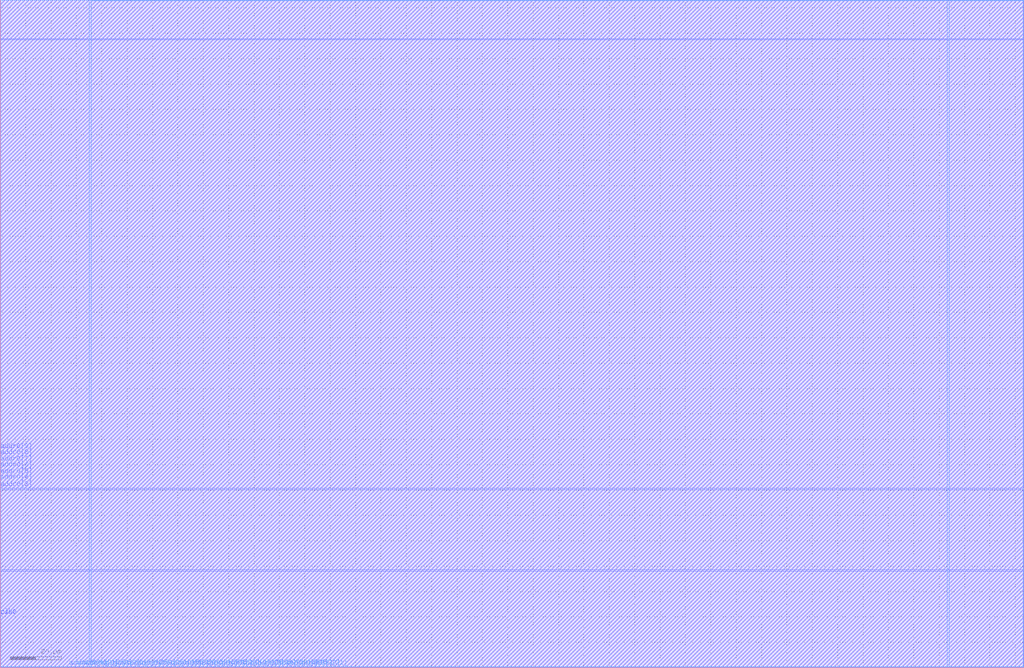
<source format=lef>
VERSION 5.4 ;
NAMESCASESENSITIVE ON ;
BUSBITCHARS "[]" ;
DIVIDERCHAR "/" ;
UNITS
  DATABASE MICRONS 2000 ;
END UNITS
MACRO sram_0rw1r1w_32_1024_freepdk45
   CLASS BLOCK ;
   SIZE 403.4 BY 263.25 ;
   SYMMETRY X Y R90 ;
   PIN din0[0]
      DIRECTION INPUT ;
      PORT
         LAYER metal4 ;
         RECT  35.425 0.0 35.565 0.14 ;
      END
   END din0[0]
   PIN din0[1]
      DIRECTION INPUT ;
      PORT
         LAYER metal4 ;
         RECT  38.285 0.0 38.425 0.14 ;
      END
   END din0[1]
   PIN din0[2]
      DIRECTION INPUT ;
      PORT
         LAYER metal4 ;
         RECT  41.145 0.0 41.285 0.14 ;
      END
   END din0[2]
   PIN din0[3]
      DIRECTION INPUT ;
      PORT
         LAYER metal4 ;
         RECT  44.005 0.0 44.145 0.14 ;
      END
   END din0[3]
   PIN din0[4]
      DIRECTION INPUT ;
      PORT
         LAYER metal4 ;
         RECT  46.865 0.0 47.005 0.14 ;
      END
   END din0[4]
   PIN din0[5]
      DIRECTION INPUT ;
      PORT
         LAYER metal4 ;
         RECT  49.725 0.0 49.865 0.14 ;
      END
   END din0[5]
   PIN din0[6]
      DIRECTION INPUT ;
      PORT
         LAYER metal4 ;
         RECT  52.585 0.0 52.725 0.14 ;
      END
   END din0[6]
   PIN din0[7]
      DIRECTION INPUT ;
      PORT
         LAYER metal4 ;
         RECT  55.445 0.0 55.585 0.14 ;
      END
   END din0[7]
   PIN din0[8]
      DIRECTION INPUT ;
      PORT
         LAYER metal4 ;
         RECT  58.305 0.0 58.445 0.14 ;
      END
   END din0[8]
   PIN din0[9]
      DIRECTION INPUT ;
      PORT
         LAYER metal4 ;
         RECT  61.165 0.0 61.305 0.14 ;
      END
   END din0[9]
   PIN din0[10]
      DIRECTION INPUT ;
      PORT
         LAYER metal4 ;
         RECT  64.025 0.0 64.165 0.14 ;
      END
   END din0[10]
   PIN din0[11]
      DIRECTION INPUT ;
      PORT
         LAYER metal4 ;
         RECT  66.885 0.0 67.025 0.14 ;
      END
   END din0[11]
   PIN din0[12]
      DIRECTION INPUT ;
      PORT
         LAYER metal4 ;
         RECT  69.745 0.0 69.885 0.14 ;
      END
   END din0[12]
   PIN din0[13]
      DIRECTION INPUT ;
      PORT
         LAYER metal4 ;
         RECT  72.605 0.0 72.745 0.14 ;
      END
   END din0[13]
   PIN din0[14]
      DIRECTION INPUT ;
      PORT
         LAYER metal4 ;
         RECT  75.465 0.0 75.605 0.14 ;
      END
   END din0[14]
   PIN din0[15]
      DIRECTION INPUT ;
      PORT
         LAYER metal4 ;
         RECT  78.325 0.0 78.465 0.14 ;
      END
   END din0[15]
   PIN din0[16]
      DIRECTION INPUT ;
      PORT
         LAYER metal4 ;
         RECT  81.185 0.0 81.325 0.14 ;
      END
   END din0[16]
   PIN din0[17]
      DIRECTION INPUT ;
      PORT
         LAYER metal4 ;
         RECT  84.045 0.0 84.185 0.14 ;
      END
   END din0[17]
   PIN din0[18]
      DIRECTION INPUT ;
      PORT
         LAYER metal4 ;
         RECT  86.905 0.0 87.045 0.14 ;
      END
   END din0[18]
   PIN din0[19]
      DIRECTION INPUT ;
      PORT
         LAYER metal4 ;
         RECT  89.765 0.0 89.905 0.14 ;
      END
   END din0[19]
   PIN din0[20]
      DIRECTION INPUT ;
      PORT
         LAYER metal4 ;
         RECT  92.625 0.0 92.765 0.14 ;
      END
   END din0[20]
   PIN din0[21]
      DIRECTION INPUT ;
      PORT
         LAYER metal4 ;
         RECT  95.485 0.0 95.625 0.14 ;
      END
   END din0[21]
   PIN din0[22]
      DIRECTION INPUT ;
      PORT
         LAYER metal4 ;
         RECT  98.345 0.0 98.485 0.14 ;
      END
   END din0[22]
   PIN din0[23]
      DIRECTION INPUT ;
      PORT
         LAYER metal4 ;
         RECT  101.205 0.0 101.345 0.14 ;
      END
   END din0[23]
   PIN din0[24]
      DIRECTION INPUT ;
      PORT
         LAYER metal4 ;
         RECT  104.065 0.0 104.205 0.14 ;
      END
   END din0[24]
   PIN din0[25]
      DIRECTION INPUT ;
      PORT
         LAYER metal4 ;
         RECT  106.925 0.0 107.065 0.14 ;
      END
   END din0[25]
   PIN din0[26]
      DIRECTION INPUT ;
      PORT
         LAYER metal4 ;
         RECT  109.785 0.0 109.925 0.14 ;
      END
   END din0[26]
   PIN din0[27]
      DIRECTION INPUT ;
      PORT
         LAYER metal4 ;
         RECT  112.645 0.0 112.785 0.14 ;
      END
   END din0[27]
   PIN din0[28]
      DIRECTION INPUT ;
      PORT
         LAYER metal4 ;
         RECT  115.505 0.0 115.645 0.14 ;
      END
   END din0[28]
   PIN din0[29]
      DIRECTION INPUT ;
      PORT
         LAYER metal4 ;
         RECT  118.365 0.0 118.505 0.14 ;
      END
   END din0[29]
   PIN din0[30]
      DIRECTION INPUT ;
      PORT
         LAYER metal4 ;
         RECT  121.225 0.0 121.365 0.14 ;
      END
   END din0[30]
   PIN din0[31]
      DIRECTION INPUT ;
      PORT
         LAYER metal4 ;
         RECT  124.085 0.0 124.225 0.14 ;
      END
   END din0[31]
   PIN addr0[0]
      DIRECTION INPUT ;
      PORT
         LAYER metal4 ;
         RECT  26.845 0.0 26.985 0.14 ;
      END
   END addr0[0]
   PIN addr0[1]
      DIRECTION INPUT ;
      PORT
         LAYER metal4 ;
         RECT  29.705 0.0 29.845 0.14 ;
      END
   END addr0[1]
   PIN addr0[2]
      DIRECTION INPUT ;
      PORT
         LAYER metal4 ;
         RECT  32.565 0.0 32.705 0.14 ;
      END
   END addr0[2]
   PIN addr0[3]
      DIRECTION INPUT ;
      PORT
         LAYER metal3 ;
         RECT  0.0 70.37 0.14 70.51 ;
      END
   END addr0[3]
   PIN addr0[4]
      DIRECTION INPUT ;
      PORT
         LAYER metal3 ;
         RECT  0.0 73.1 0.14 73.24 ;
      END
   END addr0[4]
   PIN addr0[5]
      DIRECTION INPUT ;
      PORT
         LAYER metal3 ;
         RECT  0.0 75.31 0.14 75.45 ;
      END
   END addr0[5]
   PIN addr0[6]
      DIRECTION INPUT ;
      PORT
         LAYER metal3 ;
         RECT  0.0 78.04 0.14 78.18 ;
      END
   END addr0[6]
   PIN addr0[7]
      DIRECTION INPUT ;
      PORT
         LAYER metal3 ;
         RECT  0.0 80.25 0.14 80.39 ;
      END
   END addr0[7]
   PIN addr0[8]
      DIRECTION INPUT ;
      PORT
         LAYER metal3 ;
         RECT  0.0 82.98 0.14 83.12 ;
      END
   END addr0[8]
   PIN addr0[9]
      DIRECTION INPUT ;
      PORT
         LAYER metal3 ;
         RECT  0.0 85.19 0.14 85.33 ;
      END
   END addr0[9]
   PIN addr1[0]
      DIRECTION INPUT ;
      PORT
         LAYER metal4 ;
         RECT  373.555 263.11 373.695 263.25 ;
      END
   END addr1[0]
   PIN addr1[1]
      DIRECTION INPUT ;
      PORT
         LAYER metal4 ;
         RECT  370.695 263.11 370.835 263.25 ;
      END
   END addr1[1]
   PIN addr1[2]
      DIRECTION INPUT ;
      PORT
         LAYER metal4 ;
         RECT  367.835 263.11 367.975 263.25 ;
      END
   END addr1[2]
   PIN addr1[3]
      DIRECTION INPUT ;
      PORT
         LAYER metal3 ;
         RECT  403.26 38.26 403.4 38.4 ;
      END
   END addr1[3]
   PIN addr1[4]
      DIRECTION INPUT ;
      PORT
         LAYER metal3 ;
         RECT  403.26 35.53 403.4 35.67 ;
      END
   END addr1[4]
   PIN addr1[5]
      DIRECTION INPUT ;
      PORT
         LAYER metal3 ;
         RECT  403.26 33.32 403.4 33.46 ;
      END
   END addr1[5]
   PIN addr1[6]
      DIRECTION INPUT ;
      PORT
         LAYER metal3 ;
         RECT  403.26 30.59 403.4 30.73 ;
      END
   END addr1[6]
   PIN addr1[7]
      DIRECTION INPUT ;
      PORT
         LAYER metal3 ;
         RECT  403.26 28.38 403.4 28.52 ;
      END
   END addr1[7]
   PIN addr1[8]
      DIRECTION INPUT ;
      PORT
         LAYER metal3 ;
         RECT  403.26 25.65 403.4 25.79 ;
      END
   END addr1[8]
   PIN addr1[9]
      DIRECTION INPUT ;
      PORT
         LAYER metal3 ;
         RECT  403.26 23.44 403.4 23.58 ;
      END
   END addr1[9]
   PIN csb0
      DIRECTION INPUT ;
      PORT
         LAYER metal3 ;
         RECT  0.0 19.8 0.14 19.94 ;
      END
   END csb0
   PIN csb1
      DIRECTION INPUT ;
      PORT
         LAYER metal3 ;
         RECT  403.26 247.64 403.4 247.78 ;
      END
   END csb1
   PIN clk0
      DIRECTION INPUT ;
      PORT
         LAYER metal3 ;
         RECT  0.0 20.035 0.14 20.175 ;
      END
   END clk0
   PIN clk1
      DIRECTION INPUT ;
      PORT
         LAYER metal3 ;
         RECT  403.26 247.405 403.4 247.545 ;
      END
   END clk1
   PIN dout1[0]
      DIRECTION OUTPUT ;
      PORT
         LAYER metal4 ;
         RECT  51.16 263.11 51.3 263.25 ;
      END
   END dout1[0]
   PIN dout1[1]
      DIRECTION OUTPUT ;
      PORT
         LAYER metal4 ;
         RECT  60.56 263.11 60.7 263.25 ;
      END
   END dout1[1]
   PIN dout1[2]
      DIRECTION OUTPUT ;
      PORT
         LAYER metal4 ;
         RECT  69.96 263.11 70.1 263.25 ;
      END
   END dout1[2]
   PIN dout1[3]
      DIRECTION OUTPUT ;
      PORT
         LAYER metal4 ;
         RECT  79.36 263.11 79.5 263.25 ;
      END
   END dout1[3]
   PIN dout1[4]
      DIRECTION OUTPUT ;
      PORT
         LAYER metal4 ;
         RECT  88.76 263.11 88.9 263.25 ;
      END
   END dout1[4]
   PIN dout1[5]
      DIRECTION OUTPUT ;
      PORT
         LAYER metal4 ;
         RECT  98.16 263.11 98.3 263.25 ;
      END
   END dout1[5]
   PIN dout1[6]
      DIRECTION OUTPUT ;
      PORT
         LAYER metal4 ;
         RECT  107.56 263.11 107.7 263.25 ;
      END
   END dout1[6]
   PIN dout1[7]
      DIRECTION OUTPUT ;
      PORT
         LAYER metal4 ;
         RECT  116.96 263.11 117.1 263.25 ;
      END
   END dout1[7]
   PIN dout1[8]
      DIRECTION OUTPUT ;
      PORT
         LAYER metal4 ;
         RECT  126.36 263.11 126.5 263.25 ;
      END
   END dout1[8]
   PIN dout1[9]
      DIRECTION OUTPUT ;
      PORT
         LAYER metal4 ;
         RECT  135.76 263.11 135.9 263.25 ;
      END
   END dout1[9]
   PIN dout1[10]
      DIRECTION OUTPUT ;
      PORT
         LAYER metal4 ;
         RECT  145.16 263.11 145.3 263.25 ;
      END
   END dout1[10]
   PIN dout1[11]
      DIRECTION OUTPUT ;
      PORT
         LAYER metal4 ;
         RECT  154.56 263.11 154.7 263.25 ;
      END
   END dout1[11]
   PIN dout1[12]
      DIRECTION OUTPUT ;
      PORT
         LAYER metal4 ;
         RECT  163.96 263.11 164.1 263.25 ;
      END
   END dout1[12]
   PIN dout1[13]
      DIRECTION OUTPUT ;
      PORT
         LAYER metal4 ;
         RECT  173.36 263.11 173.5 263.25 ;
      END
   END dout1[13]
   PIN dout1[14]
      DIRECTION OUTPUT ;
      PORT
         LAYER metal4 ;
         RECT  182.76 263.11 182.9 263.25 ;
      END
   END dout1[14]
   PIN dout1[15]
      DIRECTION OUTPUT ;
      PORT
         LAYER metal4 ;
         RECT  192.16 263.11 192.3 263.25 ;
      END
   END dout1[15]
   PIN dout1[16]
      DIRECTION OUTPUT ;
      PORT
         LAYER metal4 ;
         RECT  201.56 263.11 201.7 263.25 ;
      END
   END dout1[16]
   PIN dout1[17]
      DIRECTION OUTPUT ;
      PORT
         LAYER metal4 ;
         RECT  210.96 263.11 211.1 263.25 ;
      END
   END dout1[17]
   PIN dout1[18]
      DIRECTION OUTPUT ;
      PORT
         LAYER metal4 ;
         RECT  220.36 263.11 220.5 263.25 ;
      END
   END dout1[18]
   PIN dout1[19]
      DIRECTION OUTPUT ;
      PORT
         LAYER metal4 ;
         RECT  229.76 263.11 229.9 263.25 ;
      END
   END dout1[19]
   PIN dout1[20]
      DIRECTION OUTPUT ;
      PORT
         LAYER metal4 ;
         RECT  239.16 263.11 239.3 263.25 ;
      END
   END dout1[20]
   PIN dout1[21]
      DIRECTION OUTPUT ;
      PORT
         LAYER metal4 ;
         RECT  248.56 263.11 248.7 263.25 ;
      END
   END dout1[21]
   PIN dout1[22]
      DIRECTION OUTPUT ;
      PORT
         LAYER metal4 ;
         RECT  257.96 263.11 258.1 263.25 ;
      END
   END dout1[22]
   PIN dout1[23]
      DIRECTION OUTPUT ;
      PORT
         LAYER metal4 ;
         RECT  267.36 263.11 267.5 263.25 ;
      END
   END dout1[23]
   PIN dout1[24]
      DIRECTION OUTPUT ;
      PORT
         LAYER metal4 ;
         RECT  276.76 263.11 276.9 263.25 ;
      END
   END dout1[24]
   PIN dout1[25]
      DIRECTION OUTPUT ;
      PORT
         LAYER metal4 ;
         RECT  286.16 263.11 286.3 263.25 ;
      END
   END dout1[25]
   PIN dout1[26]
      DIRECTION OUTPUT ;
      PORT
         LAYER metal4 ;
         RECT  295.56 263.11 295.7 263.25 ;
      END
   END dout1[26]
   PIN dout1[27]
      DIRECTION OUTPUT ;
      PORT
         LAYER metal4 ;
         RECT  304.96 263.11 305.1 263.25 ;
      END
   END dout1[27]
   PIN dout1[28]
      DIRECTION OUTPUT ;
      PORT
         LAYER metal4 ;
         RECT  314.36 263.11 314.5 263.25 ;
      END
   END dout1[28]
   PIN dout1[29]
      DIRECTION OUTPUT ;
      PORT
         LAYER metal4 ;
         RECT  323.76 263.11 323.9 263.25 ;
      END
   END dout1[29]
   PIN dout1[30]
      DIRECTION OUTPUT ;
      PORT
         LAYER metal4 ;
         RECT  333.16 263.11 333.3 263.25 ;
      END
   END dout1[30]
   PIN dout1[31]
      DIRECTION OUTPUT ;
      PORT
         LAYER metal4 ;
         RECT  342.56 263.11 342.7 263.25 ;
      END
   END dout1[31]
   PIN vdd
      DIRECTION INOUT ;
      USE POWER ; 
      SHAPE ABUTMENT ; 
      PORT
      END
   END vdd
   PIN gnd
      DIRECTION INOUT ;
      USE GROUND ; 
      SHAPE ABUTMENT ; 
      PORT
      END
   END gnd
   OBS
   LAYER  metal1 ;
      RECT  0.14 0.14 403.26 263.11 ;
   LAYER  metal2 ;
      RECT  0.14 0.14 403.26 263.11 ;
   LAYER  metal3 ;
      RECT  0.28 70.23 403.26 70.65 ;
      RECT  0.14 70.65 0.28 72.96 ;
      RECT  0.14 73.38 0.28 75.17 ;
      RECT  0.14 75.59 0.28 77.9 ;
      RECT  0.14 78.32 0.28 80.11 ;
      RECT  0.14 80.53 0.28 82.84 ;
      RECT  0.14 83.26 0.28 85.05 ;
      RECT  0.14 85.47 0.28 263.11 ;
      RECT  0.28 0.14 403.12 38.12 ;
      RECT  0.28 38.12 403.12 38.54 ;
      RECT  0.28 38.54 403.12 70.23 ;
      RECT  403.12 38.54 403.26 70.23 ;
      RECT  403.12 35.81 403.26 38.12 ;
      RECT  403.12 33.6 403.26 35.39 ;
      RECT  403.12 30.87 403.26 33.18 ;
      RECT  403.12 28.66 403.26 30.45 ;
      RECT  403.12 25.93 403.26 28.24 ;
      RECT  403.12 0.14 403.26 23.3 ;
      RECT  403.12 23.72 403.26 25.51 ;
      RECT  0.14 0.14 0.28 19.66 ;
      RECT  0.28 70.65 403.12 247.5 ;
      RECT  0.28 247.5 403.12 247.92 ;
      RECT  0.28 247.92 403.12 263.11 ;
      RECT  403.12 247.92 403.26 263.11 ;
      RECT  0.14 20.315 0.28 70.23 ;
      RECT  403.12 70.65 403.26 247.265 ;
   LAYER  metal4 ;
      RECT  0.14 0.42 35.145 263.11 ;
      RECT  35.145 0.42 35.845 263.11 ;
      RECT  35.845 0.14 38.005 0.42 ;
      RECT  38.705 0.14 40.865 0.42 ;
      RECT  41.565 0.14 43.725 0.42 ;
      RECT  44.425 0.14 46.585 0.42 ;
      RECT  47.285 0.14 49.445 0.42 ;
      RECT  50.145 0.14 52.305 0.42 ;
      RECT  53.005 0.14 55.165 0.42 ;
      RECT  55.865 0.14 58.025 0.42 ;
      RECT  58.725 0.14 60.885 0.42 ;
      RECT  61.585 0.14 63.745 0.42 ;
      RECT  64.445 0.14 66.605 0.42 ;
      RECT  67.305 0.14 69.465 0.42 ;
      RECT  70.165 0.14 72.325 0.42 ;
      RECT  73.025 0.14 75.185 0.42 ;
      RECT  75.885 0.14 78.045 0.42 ;
      RECT  78.745 0.14 80.905 0.42 ;
      RECT  81.605 0.14 83.765 0.42 ;
      RECT  84.465 0.14 86.625 0.42 ;
      RECT  87.325 0.14 89.485 0.42 ;
      RECT  90.185 0.14 92.345 0.42 ;
      RECT  93.045 0.14 95.205 0.42 ;
      RECT  95.905 0.14 98.065 0.42 ;
      RECT  98.765 0.14 100.925 0.42 ;
      RECT  101.625 0.14 103.785 0.42 ;
      RECT  104.485 0.14 106.645 0.42 ;
      RECT  107.345 0.14 109.505 0.42 ;
      RECT  110.205 0.14 112.365 0.42 ;
      RECT  113.065 0.14 115.225 0.42 ;
      RECT  115.925 0.14 118.085 0.42 ;
      RECT  118.785 0.14 120.945 0.42 ;
      RECT  121.645 0.14 123.805 0.42 ;
      RECT  124.505 0.14 403.26 0.42 ;
      RECT  0.14 0.14 26.565 0.42 ;
      RECT  27.265 0.14 29.425 0.42 ;
      RECT  30.125 0.14 32.285 0.42 ;
      RECT  32.985 0.14 35.145 0.42 ;
      RECT  35.845 0.42 373.275 262.83 ;
      RECT  373.275 0.42 373.975 262.83 ;
      RECT  373.975 0.42 403.26 262.83 ;
      RECT  373.975 262.83 403.26 263.11 ;
      RECT  371.115 262.83 373.275 263.11 ;
      RECT  368.255 262.83 370.415 263.11 ;
      RECT  35.845 262.83 50.88 263.11 ;
      RECT  51.58 262.83 60.28 263.11 ;
      RECT  60.98 262.83 69.68 263.11 ;
      RECT  70.38 262.83 79.08 263.11 ;
      RECT  79.78 262.83 88.48 263.11 ;
      RECT  89.18 262.83 97.88 263.11 ;
      RECT  98.58 262.83 107.28 263.11 ;
      RECT  107.98 262.83 116.68 263.11 ;
      RECT  117.38 262.83 126.08 263.11 ;
      RECT  126.78 262.83 135.48 263.11 ;
      RECT  136.18 262.83 144.88 263.11 ;
      RECT  145.58 262.83 154.28 263.11 ;
      RECT  154.98 262.83 163.68 263.11 ;
      RECT  164.38 262.83 173.08 263.11 ;
      RECT  173.78 262.83 182.48 263.11 ;
      RECT  183.18 262.83 191.88 263.11 ;
      RECT  192.58 262.83 201.28 263.11 ;
      RECT  201.98 262.83 210.68 263.11 ;
      RECT  211.38 262.83 220.08 263.11 ;
      RECT  220.78 262.83 229.48 263.11 ;
      RECT  230.18 262.83 238.88 263.11 ;
      RECT  239.58 262.83 248.28 263.11 ;
      RECT  248.98 262.83 257.68 263.11 ;
      RECT  258.38 262.83 267.08 263.11 ;
      RECT  267.78 262.83 276.48 263.11 ;
      RECT  277.18 262.83 285.88 263.11 ;
      RECT  286.58 262.83 295.28 263.11 ;
      RECT  295.98 262.83 304.68 263.11 ;
      RECT  305.38 262.83 314.08 263.11 ;
      RECT  314.78 262.83 323.48 263.11 ;
      RECT  324.18 262.83 332.88 263.11 ;
      RECT  333.58 262.83 342.28 263.11 ;
      RECT  342.98 262.83 367.555 263.11 ;
   END
END    sram_0rw1r1w_32_1024_freepdk45
END    LIBRARY

</source>
